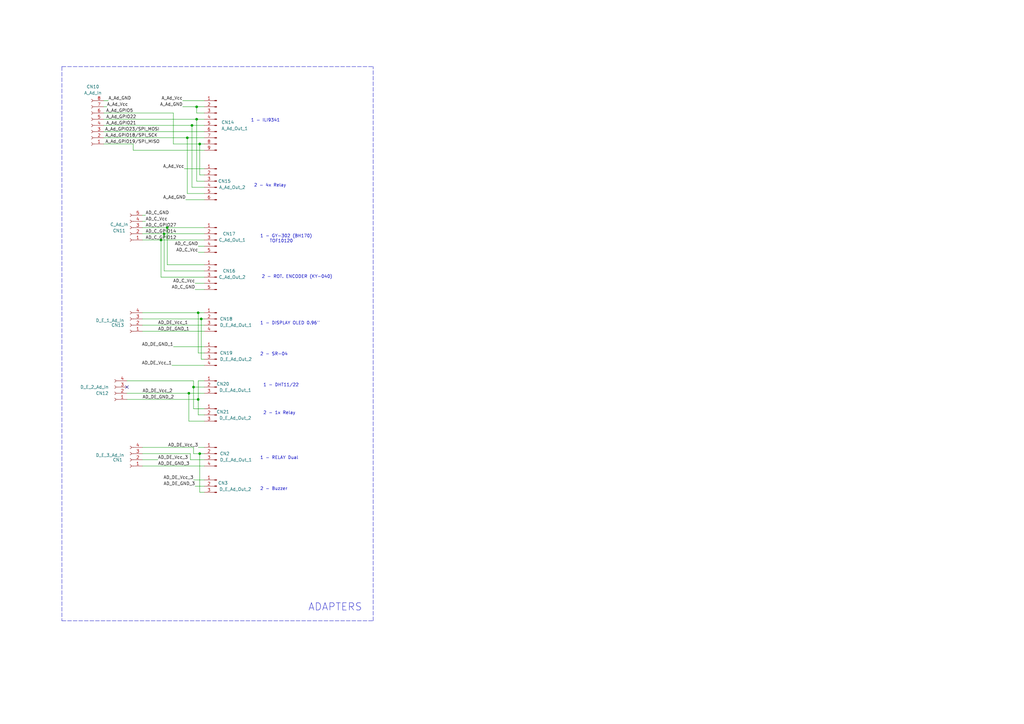
<source format=kicad_sch>
(kicad_sch (version 20211123) (generator eeschema)
  (paper "A3")
  (title_block (title "ESPRocks") (date "2022-09-24") (rev "1.0") (company "F2 Consulting di Francesco Ficili"))
  (lib_symbols
    (symbol "Connector:Conn_01x03_Male" (pin_names (offset 1.016) hide)
      (property "Reference" "J" (at 0 5.08 0))
      (property "Value" "Conn_01x03_Male" (at 0 -5.08 0))
      (symbol "Conn_01x03_Male_1_1"
        (polyline (pts (xy 1.27 -2.54) (xy 0.8636 -2.54)) (stroke (width 0.1524)))
        (polyline (pts (xy 1.27 0) (xy 0.8636 0)) (stroke (width 0.1524)))
        (polyline (pts (xy 1.27 2.54) (xy 0.8636 2.54)) (stroke (width 0.1524)))
        (rectangle (start 0.8636 -2.413) (end 0 -2.667) (stroke (width 0.1524)) (fill (type outline)))
        (rectangle (start 0.8636 0.127) (end 0 -0.127) (stroke (width 0.1524)) (fill (type outline)))
        (rectangle (start 0.8636 2.667) (end 0 2.413) (stroke (width 0.1524)) (fill (type outline)))
        (pin passive line (at 5.08 2.54 180) (length 3.81) (name "Pin_1") (number "1"))
        (pin passive line (at 5.08 0 180) (length 3.81) (name "Pin_2") (number "2"))
        (pin passive line (at 5.08 -2.54 180) (length 3.81) (name "Pin_3") (number "3"))
      )
    )
    (symbol "Connector:Conn_01x04_Female" (pin_names (offset 1.016) hide)
      (property "Reference" "J" (at 0 5.08 0))
      (property "Value" "Conn_01x04_Female" (at 0 -7.62 0))
      (symbol "Conn_01x04_Female_1_1"
        (arc (start 0 -4.572) (mid -0.508 -5.08) (end 0 -5.588) (stroke (width 0.1524)))
        (arc (start 0 -2.032) (mid -0.508 -2.54) (end 0 -3.048) (stroke (width 0.1524)))
        (polyline (pts (xy -1.27 -5.08) (xy -0.508 -5.08)) (stroke (width 0.1524)))
        (polyline (pts (xy -1.27 -2.54) (xy -0.508 -2.54)) (stroke (width 0.1524)))
        (polyline (pts (xy -1.27 0) (xy -0.508 0)) (stroke (width 0.1524)))
        (polyline (pts (xy -1.27 2.54) (xy -0.508 2.54)) (stroke (width 0.1524)))
        (arc (start 0 0.508) (mid -0.508 0) (end 0 -0.508) (stroke (width 0.1524)))
        (arc (start 0 3.048) (mid -0.508 2.54) (end 0 2.032) (stroke (width 0.1524)))
        (pin passive line (at -5.08 2.54 0) (length 3.81) (name "Pin_1") (number "1"))
        (pin passive line (at -5.08 0 0) (length 3.81) (name "Pin_2") (number "2"))
        (pin passive line (at -5.08 -2.54 0) (length 3.81) (name "Pin_3") (number "3"))
        (pin passive line (at -5.08 -5.08 0) (length 3.81) (name "Pin_4") (number "4"))
      )
    )
    (symbol "Connector:Conn_01x04_Male" (pin_names (offset 1.016) hide)
      (property "Reference" "J" (at 0 5.08 0))
      (property "Value" "Conn_01x04_Male" (at 0 -7.62 0))
      (symbol "Conn_01x04_Male_1_1"
        (polyline (pts (xy 1.27 -5.08) (xy 0.8636 -5.08)) (stroke (width 0.1524)))
        (polyline (pts (xy 1.27 -2.54) (xy 0.8636 -2.54)) (stroke (width 0.1524)))
        (polyline (pts (xy 1.27 0) (xy 0.8636 0)) (stroke (width 0.1524)))
        (polyline (pts (xy 1.27 2.54) (xy 0.8636 2.54)) (stroke (width 0.1524)))
        (rectangle (start 0.8636 -4.953) (end 0 -5.207) (stroke (width 0.1524)) (fill (type outline)))
        (rectangle (start 0.8636 -2.413) (end 0 -2.667) (stroke (width 0.1524)) (fill (type outline)))
        (rectangle (start 0.8636 0.127) (end 0 -0.127) (stroke (width 0.1524)) (fill (type outline)))
        (rectangle (start 0.8636 2.667) (end 0 2.413) (stroke (width 0.1524)) (fill (type outline)))
        (pin passive line (at 5.08 2.54 180) (length 3.81) (name "Pin_1") (number "1"))
        (pin passive line (at 5.08 0 180) (length 3.81) (name "Pin_2") (number "2"))
        (pin passive line (at 5.08 -2.54 180) (length 3.81) (name "Pin_3") (number "3"))
        (pin passive line (at 5.08 -5.08 180) (length 3.81) (name "Pin_4") (number "4"))
      )
    )
    (symbol "Connector:Conn_01x05_Female" (pin_names (offset 1.016) hide)
      (property "Reference" "J" (at 0 7.62 0))
      (property "Value" "Conn_01x05_Female" (at 0 -7.62 0))
      (symbol "Conn_01x05_Female_1_1"
        (arc (start 0 -4.572) (mid -0.508 -5.08) (end 0 -5.588) (stroke (width 0.1524)))
        (arc (start 0 -2.032) (mid -0.508 -2.54) (end 0 -3.048) (stroke (width 0.1524)))
        (polyline (pts (xy -1.27 -5.08) (xy -0.508 -5.08)) (stroke (width 0.1524)))
        (polyline (pts (xy -1.27 -2.54) (xy -0.508 -2.54)) (stroke (width 0.1524)))
        (polyline (pts (xy -1.27 0) (xy -0.508 0)) (stroke (width 0.1524)))
        (polyline (pts (xy -1.27 2.54) (xy -0.508 2.54)) (stroke (width 0.1524)))
        (polyline (pts (xy -1.27 5.08) (xy -0.508 5.08)) (stroke (width 0.1524)))
        (arc (start 0 0.508) (mid -0.508 0) (end 0 -0.508) (stroke (width 0.1524)))
        (arc (start 0 3.048) (mid -0.508 2.54) (end 0 2.032) (stroke (width 0.1524)))
        (arc (start 0 5.588) (mid -0.508 5.08) (end 0 4.572) (stroke (width 0.1524)))
        (pin passive line (at -5.08 5.08 0) (length 3.81) (name "Pin_1") (number "1"))
        (pin passive line (at -5.08 2.54 0) (length 3.81) (name "Pin_2") (number "2"))
        (pin passive line (at -5.08 0 0) (length 3.81) (name "Pin_3") (number "3"))
        (pin passive line (at -5.08 -2.54 0) (length 3.81) (name "Pin_4") (number "4"))
        (pin passive line (at -5.08 -5.08 0) (length 3.81) (name "Pin_5") (number "5"))
      )
    )
    (symbol "Connector:Conn_01x05_Male" (pin_names (offset 1.016) hide)
      (property "Reference" "J" (at 0 7.62 0))
      (property "Value" "Conn_01x05_Male" (at 0 -7.62 0))
      (symbol "Conn_01x05_Male_1_1"
        (polyline (pts (xy 1.27 -5.08) (xy 0.8636 -5.08)) (stroke (width 0.1524)))
        (polyline (pts (xy 1.27 -2.54) (xy 0.8636 -2.54)) (stroke (width 0.1524)))
        (polyline (pts (xy 1.27 0) (xy 0.8636 0)) (stroke (width 0.1524)))
        (polyline (pts (xy 1.27 2.54) (xy 0.8636 2.54)) (stroke (width 0.1524)))
        (polyline (pts (xy 1.27 5.08) (xy 0.8636 5.08)) (stroke (width 0.1524)))
        (rectangle (start 0.8636 -4.953) (end 0 -5.207) (stroke (width 0.1524)) (fill (type outline)))
        (rectangle (start 0.8636 -2.413) (end 0 -2.667) (stroke (width 0.1524)) (fill (type outline)))
        (rectangle (start 0.8636 0.127) (end 0 -0.127) (stroke (width 0.1524)) (fill (type outline)))
        (rectangle (start 0.8636 2.667) (end 0 2.413) (stroke (width 0.1524)) (fill (type outline)))
        (rectangle (start 0.8636 5.207) (end 0 4.953) (stroke (width 0.1524)) (fill (type outline)))
        (pin passive line (at 5.08 5.08 180) (length 3.81) (name "Pin_1") (number "1"))
        (pin passive line (at 5.08 2.54 180) (length 3.81) (name "Pin_2") (number "2"))
        (pin passive line (at 5.08 0 180) (length 3.81) (name "Pin_3") (number "3"))
        (pin passive line (at 5.08 -2.54 180) (length 3.81) (name "Pin_4") (number "4"))
        (pin passive line (at 5.08 -5.08 180) (length 3.81) (name "Pin_5") (number "5"))
      )
    )
    (symbol "Connector:Conn_01x06_Male" (pin_names (offset 1.016) hide)
      (property "Reference" "J" (at 0 7.62 0))
      (property "Value" "Conn_01x06_Male" (at 0 -10.16 0))
      (symbol "Conn_01x06_Male_1_1"
        (polyline (pts (xy 1.27 -7.62) (xy 0.8636 -7.62)) (stroke (width 0.1524)))
        (polyline (pts (xy 1.27 -5.08) (xy 0.8636 -5.08)) (stroke (width 0.1524)))
        (polyline (pts (xy 1.27 -2.54) (xy 0.8636 -2.54)) (stroke (width 0.1524)))
        (polyline (pts (xy 1.27 0) (xy 0.8636 0)) (stroke (width 0.1524)))
        (polyline (pts (xy 1.27 2.54) (xy 0.8636 2.54)) (stroke (width 0.1524)))
        (polyline (pts (xy 1.27 5.08) (xy 0.8636 5.08)) (stroke (width 0.1524)))
        (rectangle (start 0.8636 -7.493) (end 0 -7.747) (stroke (width 0.1524)) (fill (type outline)))
        (rectangle (start 0.8636 -4.953) (end 0 -5.207) (stroke (width 0.1524)) (fill (type outline)))
        (rectangle (start 0.8636 -2.413) (end 0 -2.667) (stroke (width 0.1524)) (fill (type outline)))
        (rectangle (start 0.8636 0.127) (end 0 -0.127) (stroke (width 0.1524)) (fill (type outline)))
        (rectangle (start 0.8636 2.667) (end 0 2.413) (stroke (width 0.1524)) (fill (type outline)))
        (rectangle (start 0.8636 5.207) (end 0 4.953) (stroke (width 0.1524)) (fill (type outline)))
        (pin passive line (at 5.08 5.08 180) (length 3.81) (name "Pin_1") (number "1"))
        (pin passive line (at 5.08 2.54 180) (length 3.81) (name "Pin_2") (number "2"))
        (pin passive line (at 5.08 0 180) (length 3.81) (name "Pin_3") (number "3"))
        (pin passive line (at 5.08 -2.54 180) (length 3.81) (name "Pin_4") (number "4"))
        (pin passive line (at 5.08 -5.08 180) (length 3.81) (name "Pin_5") (number "5"))
        (pin passive line (at 5.08 -7.62 180) (length 3.81) (name "Pin_6") (number "6"))
      )
    )
    (symbol "Connector:Conn_01x08_Female" (pin_names (offset 1.016) hide)
      (property "Reference" "J" (at 0 10.16 0))
      (property "Value" "Conn_01x08_Female" (at 0 -12.7 0))
      (symbol "Conn_01x08_Female_1_1"
        (arc (start 0 -9.652) (mid -0.508 -10.16) (end 0 -10.668) (stroke (width 0.1524)))
        (arc (start 0 -7.112) (mid -0.508 -7.62) (end 0 -8.128) (stroke (width 0.1524)))
        (arc (start 0 -4.572) (mid -0.508 -5.08) (end 0 -5.588) (stroke (width 0.1524)))
        (arc (start 0 -2.032) (mid -0.508 -2.54) (end 0 -3.048) (stroke (width 0.1524)))
        (polyline (pts (xy -1.27 -10.16) (xy -0.508 -10.16)) (stroke (width 0.1524)))
        (polyline (pts (xy -1.27 -7.62) (xy -0.508 -7.62)) (stroke (width 0.1524)))
        (polyline (pts (xy -1.27 -5.08) (xy -0.508 -5.08)) (stroke (width 0.1524)))
        (polyline (pts (xy -1.27 -2.54) (xy -0.508 -2.54)) (stroke (width 0.1524)))
        (polyline (pts (xy -1.27 0) (xy -0.508 0)) (stroke (width 0.1524)))
        (polyline (pts (xy -1.27 2.54) (xy -0.508 2.54)) (stroke (width 0.1524)))
        (polyline (pts (xy -1.27 5.08) (xy -0.508 5.08)) (stroke (width 0.1524)))
        (polyline (pts (xy -1.27 7.62) (xy -0.508 7.62)) (stroke (width 0.1524)))
        (arc (start 0 0.508) (mid -0.508 0) (end 0 -0.508) (stroke (width 0.1524)))
        (arc (start 0 3.048) (mid -0.508 2.54) (end 0 2.032) (stroke (width 0.1524)))
        (arc (start 0 5.588) (mid -0.508 5.08) (end 0 4.572) (stroke (width 0.1524)))
        (arc (start 0 8.128) (mid -0.508 7.62) (end 0 7.112) (stroke (width 0.1524)))
        (pin passive line (at -5.08 7.62 0) (length 3.81) (name "Pin_1") (number "1"))
        (pin passive line (at -5.08 5.08 0) (length 3.81) (name "Pin_2") (number "2"))
        (pin passive line (at -5.08 2.54 0) (length 3.81) (name "Pin_3") (number "3"))
        (pin passive line (at -5.08 0 0) (length 3.81) (name "Pin_4") (number "4"))
        (pin passive line (at -5.08 -2.54 0) (length 3.81) (name "Pin_5") (number "5"))
        (pin passive line (at -5.08 -5.08 0) (length 3.81) (name "Pin_6") (number "6"))
        (pin passive line (at -5.08 -7.62 0) (length 3.81) (name "Pin_7") (number "7"))
        (pin passive line (at -5.08 -10.16 0) (length 3.81) (name "Pin_8") (number "8"))
      )
    )
    (symbol "Connector:Conn_01x09_Male" (pin_names (offset 1.016) hide)
      (property "Reference" "J" (at 0 12.7 0))
      (property "Value" "Conn_01x09_Male" (at 0 -12.7 0))
      (symbol "Conn_01x09_Male_1_1"
        (polyline (pts (xy 1.27 -10.16) (xy 0.8636 -10.16)) (stroke (width 0.1524)))
        (polyline (pts (xy 1.27 -7.62) (xy 0.8636 -7.62)) (stroke (width 0.1524)))
        (polyline (pts (xy 1.27 -5.08) (xy 0.8636 -5.08)) (stroke (width 0.1524)))
        (polyline (pts (xy 1.27 -2.54) (xy 0.8636 -2.54)) (stroke (width 0.1524)))
        (polyline (pts (xy 1.27 0) (xy 0.8636 0)) (stroke (width 0.1524)))
        (polyline (pts (xy 1.27 2.54) (xy 0.8636 2.54)) (stroke (width 0.1524)))
        (polyline (pts (xy 1.27 5.08) (xy 0.8636 5.08)) (stroke (width 0.1524)))
        (polyline (pts (xy 1.27 7.62) (xy 0.8636 7.62)) (stroke (width 0.1524)))
        (polyline (pts (xy 1.27 10.16) (xy 0.8636 10.16)) (stroke (width 0.1524)))
        (rectangle (start 0.8636 -10.033) (end 0 -10.287) (stroke (width 0.1524)) (fill (type outline)))
        (rectangle (start 0.8636 -7.493) (end 0 -7.747) (stroke (width 0.1524)) (fill (type outline)))
        (rectangle (start 0.8636 -4.953) (end 0 -5.207) (stroke (width 0.1524)) (fill (type outline)))
        (rectangle (start 0.8636 -2.413) (end 0 -2.667) (stroke (width 0.1524)) (fill (type outline)))
        (rectangle (start 0.8636 0.127) (end 0 -0.127) (stroke (width 0.1524)) (fill (type outline)))
        (rectangle (start 0.8636 2.667) (end 0 2.413) (stroke (width 0.1524)) (fill (type outline)))
        (rectangle (start 0.8636 5.207) (end 0 4.953) (stroke (width 0.1524)) (fill (type outline)))
        (rectangle (start 0.8636 7.747) (end 0 7.493) (stroke (width 0.1524)) (fill (type outline)))
        (rectangle (start 0.8636 10.287) (end 0 10.033) (stroke (width 0.1524)) (fill (type outline)))
        (pin passive line (at 5.08 10.16 180) (length 3.81) (name "Pin_1") (number "1"))
        (pin passive line (at 5.08 7.62 180) (length 3.81) (name "Pin_2") (number "2"))
        (pin passive line (at 5.08 5.08 180) (length 3.81) (name "Pin_3") (number "3"))
        (pin passive line (at 5.08 2.54 180) (length 3.81) (name "Pin_4") (number "4"))
        (pin passive line (at 5.08 0 180) (length 3.81) (name "Pin_5") (number "5"))
        (pin passive line (at 5.08 -2.54 180) (length 3.81) (name "Pin_6") (number "6"))
        (pin passive line (at 5.08 -5.08 180) (length 3.81) (name "Pin_7") (number "7"))
        (pin passive line (at 5.08 -7.62 180) (length 3.81) (name "Pin_8") (number "8"))
        (pin passive line (at 5.08 -10.16 180) (length 3.81) (name "Pin_9") (number "9"))
      )
    )
  )
  (junction (at 82.55 130.81))
  (junction (at 77.47 161.29))
  (junction (at 79.375 158.75))
  (junction (at 81.28 163.83))
  (junction (at 66.04 98.425))
  (junction (at 81.915 59.055))
  (junction (at 68.58 93.345))
  (junction (at 81.28 128.27))
  (junction (at 67.31 95.885))
  (junction (at 76.835 56.515))
  (junction (at 78.74 51.435))
  (junction (at 81.915 186.055))
  (junction (at 80.645 43.815))
  (junction (at 80.645 48.895))
  (no_connect (at 52.07 158.75))
  (wire (pts (xy 66.04 98.425) (xy 83.82 98.425)))
  (wire (pts (xy 81.28 156.21) (xy 83.82 156.21)))
  (wire (pts (xy 79.375 158.75) (xy 79.375 167.64)))
  (wire (pts (xy 58.42 98.425) (xy 66.04 98.425)))
  (wire (pts (xy 58.42 88.265) (xy 59.69 88.265)))
  (wire (pts (xy 80.01 199.39) (xy 83.82 199.39)))
  (wire (pts (xy 42.545 56.515) (xy 76.835 56.515)))
  (wire (pts (xy 75.565 69.215) (xy 83.82 69.215)))
  (wire (pts (xy 80.645 43.815) (xy 83.82 43.815)))
  (wire (pts (xy 52.07 161.29) (xy 77.47 161.29)))
  (wire (pts (xy 42.545 53.975) (xy 83.82 53.975)))
  (wire (pts (xy 79.375 156.21) (xy 79.375 158.75)))
  (wire (pts (xy 67.31 95.885) (xy 83.82 95.885)))
  (wire (pts (xy 58.42 128.27) (xy 81.28 128.27)))
  (wire (pts (xy 77.47 161.29) (xy 77.47 172.72)))
  (wire (pts (xy 77.47 161.29) (xy 83.82 161.29)))
  (wire (pts (xy 78.105 188.595) (xy 83.82 188.595)))
  (wire (pts (xy 58.42 95.885) (xy 67.31 95.885)))
  (wire (pts (xy 76.835 56.515) (xy 83.82 56.515)))
  (wire (pts (xy 42.545 46.355) (xy 71.12 46.355)))
  (wire (pts (xy 76.2 81.915) (xy 83.82 81.915)))
  (wire (pts (xy 42.545 51.435) (xy 78.74 51.435)))
  (wire (pts (xy 81.28 128.27) (xy 81.28 144.78)))
  (wire (pts (xy 76.835 56.515) (xy 76.835 79.375)))
  (wire (pts (xy 58.42 186.055) (xy 78.105 186.055)))
  (wire (pts (xy 78.105 186.055) (xy 78.105 188.595)))
  (wire (pts (xy 81.28 103.505) (xy 83.82 103.505)))
  (wire (pts (xy 52.07 156.21) (xy 79.375 156.21)))
  (wire (pts (xy 70.485 149.86) (xy 83.82 149.86)))
  (wire (pts (xy 83.82 170.18) (xy 81.28 170.18)))
  (wire (pts (xy 67.31 95.885) (xy 67.31 111.125)))
  (wire (pts (xy 81.28 163.83) (xy 81.28 156.21)))
  (wire (pts (xy 81.915 186.055) (xy 83.82 186.055)))
  (wire (pts (xy 80.645 46.355) (xy 83.82 46.355)))
  (wire (pts (xy 54.61 61.595) (xy 83.82 61.595)))
  (wire (pts (xy 81.915 59.055) (xy 83.82 59.055)))
  (wire (pts (xy 81.915 186.055) (xy 81.915 201.93)))
  (wire (pts (xy 81.915 59.055) (xy 81.915 71.755)))
  (wire (pts (xy 82.55 130.81) (xy 83.82 130.81)))
  (wire (pts (xy 66.04 113.665) (xy 83.82 113.665)))
  (wire (pts (xy 42.545 43.815) (xy 43.815 43.815)))
  (wire (pts (xy 58.42 93.345) (xy 68.58 93.345)))
  (wire (pts (xy 76.835 79.375) (xy 83.82 79.375)))
  (polyline (pts (xy 25.4 27.305) (xy 153.035 27.305)))
  (wire (pts (xy 81.915 201.93) (xy 83.82 201.93)))
  (wire (pts (xy 58.42 130.81) (xy 82.55 130.81)))
  (wire (pts (xy 81.28 183.515) (xy 83.82 183.515)))
  (wire (pts (xy 58.42 135.89) (xy 83.82 135.89)))
  (wire (pts (xy 78.74 76.835) (xy 83.82 76.835)))
  (wire (pts (xy 81.28 128.27) (xy 83.82 128.27)))
  (wire (pts (xy 42.545 41.275) (xy 44.45 41.275)))
  (wire (pts (xy 82.55 147.32) (xy 83.82 147.32)))
  (wire (pts (xy 80.645 48.895) (xy 80.645 74.295)))
  (wire (pts (xy 78.74 51.435) (xy 83.82 51.435)))
  (wire (pts (xy 52.07 163.83) (xy 81.28 163.83)))
  (wire (pts (xy 71.12 46.355) (xy 71.12 59.055)))
  (wire (pts (xy 68.58 108.585) (xy 83.82 108.585)))
  (wire (pts (xy 54.61 59.055) (xy 54.61 61.595)))
  (wire (pts (xy 71.12 59.055) (xy 81.915 59.055)))
  (wire (pts (xy 71.12 142.24) (xy 83.82 142.24)))
  (wire (pts (xy 42.545 59.055) (xy 54.61 59.055)))
  (wire (pts (xy 82.55 130.81) (xy 82.55 147.32)))
  (polyline (pts (xy 25.4 27.305) (xy 25.4 254.635)))
  (wire (pts (xy 77.47 172.72) (xy 83.82 172.72)))
  (wire (pts (xy 81.28 100.965) (xy 83.82 100.965)))
  (wire (pts (xy 58.42 133.35) (xy 83.82 133.35)))
  (wire (pts (xy 79.375 183.515) (xy 79.375 186.055)))
  (wire (pts (xy 68.58 93.345) (xy 68.58 108.585)))
  (polyline (pts (xy 153.035 254.635) (xy 153.035 27.305)))
  (wire (pts (xy 58.42 90.805) (xy 59.69 90.805)))
  (wire (pts (xy 80.645 48.895) (xy 83.82 48.895)))
  (wire (pts (xy 81.915 71.755) (xy 83.82 71.755)))
  (wire (pts (xy 67.31 111.125) (xy 83.82 111.125)))
  (wire (pts (xy 81.28 170.18) (xy 81.28 163.83)))
  (wire (pts (xy 79.375 196.85) (xy 83.82 196.85)))
  (wire (pts (xy 80.645 46.355) (xy 80.645 43.815)))
  (wire (pts (xy 80.01 118.745) (xy 83.82 118.745)))
  (wire (pts (xy 81.28 144.78) (xy 83.82 144.78)))
  (wire (pts (xy 78.74 51.435) (xy 78.74 76.835)))
  (wire (pts (xy 79.375 186.055) (xy 81.915 186.055)))
  (wire (pts (xy 74.93 43.815) (xy 80.645 43.815)))
  (wire (pts (xy 66.04 98.425) (xy 66.04 113.665)))
  (wire (pts (xy 74.93 41.275) (xy 83.82 41.275)))
  (wire (pts (xy 80.01 116.205) (xy 83.82 116.205)))
  (wire (pts (xy 68.58 93.345) (xy 83.82 93.345)))
  (wire (pts (xy 58.42 183.515) (xy 79.375 183.515)))
  (wire (pts (xy 79.375 158.75) (xy 83.82 158.75)))
  (wire (pts (xy 58.42 188.595) (xy 64.77 188.595)))
  (wire (pts (xy 58.42 191.135) (xy 83.82 191.135)))
  (wire (pts (xy 80.645 74.295) (xy 83.82 74.295)))
  (wire (pts (xy 79.375 167.64) (xy 83.82 167.64)))
  (polyline (pts (xy 25.4 254.635) (xy 153.035 254.635)))
  (wire (pts (xy 42.545 48.895) (xy 80.645 48.895)))
  (text "1 - DISPLAY OLED 0.96''" (at 106.68 133.35 0) (effects (font (size 1.27 1.27)) (justify left bottom)))
  (text "1 - RELAY Dual" (at 106.68 188.595 0) (effects (font (size 1.27 1.27)) (justify left bottom)))
  (text "2 - 4x Relay" (at 104.14 76.835 0) (effects (font (size 1.27 1.27)) (justify left bottom)))
  (text "1 - GY-302 (BH170)\n    TOF10120" (at 106.68 99.695 0) (effects (font (size 1.27 1.27)) (justify left bottom)))
  (text "2 - SR-04\n" (at 106.68 146.05 0) (effects (font (size 1.27 1.27)) (justify left bottom)))
  (text "2 - 1x Relay" (at 107.95 170.18 0) (effects (font (size 1.27 1.27)) (justify left bottom)))
  (text "ADAPTERS" (at 126.365 250.825 0) (effects (font (size 3 3)) (justify left bottom)))
  (text "2 - ROT. ENCODER (KY-040)" (at 107.315 114.3 0) (effects (font (size 1.27 1.27)) (justify left bottom)))
  (text "1 - DHT11/22" (at 107.95 158.75 0) (effects (font (size 1.27 1.27)) (justify left bottom)))
  (text "2 - Buzzer\n" (at 106.68 201.295 0) (effects (font (size 1.27 1.27)) (justify left bottom)))
  (text "1 - ILI9341" (at 102.87 50.165 0) (effects (font (size 1.27 1.27)) (justify left bottom)))
  (label "AD_C_Vcc" (at 81.28 103.505 180))
  (label "AD_DE_GND_1" (at 71.12 142.24 180))
  (label "AD_C_GND" (at 80.01 118.745 180))
  (label "AD_C_GND" (at 81.28 100.965 180))
  (label "A_Ad_GND" (at 76.2 81.915 180))
  (label "A_Ad_GPIO18{slash}SPI_SCK" (at 43.18 56.515 0))
  (label "A_Ad_GPIO21" (at 55.88 51.435 180))
  (label "AD_DE_Vcc_3" (at 81.28 183.515 180))
  (label "A_Ad_GND" (at 44.45 41.275 0))
  (label "AD_C_Vcc" (at 59.69 90.805 0))
  (label "AD_DE_GND_2" (at 58.42 163.83 0))
  (label "AD_DE_Vcc_3" (at 64.77 188.595 0))
  (label "AD_DE_Vcc_1" (at 64.77 133.35 0))
  (label "A_Ad_GPIO19{slash}SPI_MISO" (at 43.18 59.055 0))
  (label "A_Ad_GND" (at 74.93 43.815 180))
  (label "AD_DE_Vcc_3" (at 79.375 196.85 180))
  (label "A_Ad_Vcc" (at 43.815 43.815 0))
  (label "A_Ad_Vcc" (at 75.565 69.215 180))
  (label "AD_DE_GND_1" (at 64.77 135.89 0))
  (label "AD_DE_GND_3" (at 64.77 191.135 0))
  (label "AD_C_GPIO14" (at 59.69 95.885 0))
  (label "A_Ad_Vcc" (at 74.93 41.275 180))
  (label "A_Ad_GPIO22" (at 55.88 48.895 180))
  (label "AD_C_GPIO27" (at 59.69 93.345 0))
  (label "AD_DE_Vcc_1" (at 70.485 149.86 180))
  (label "A_Ad_GPIO23{slash}SPI_MOSI" (at 65.405 53.975 180))
  (label "A_Ad_GPIO5" (at 54.61 46.355 180))
  (label "AD_DE_Vcc_2" (at 58.42 161.29 0))
  (label "AD_C_GND" (at 59.69 88.265 0))
  (label "AD_C_Vcc" (at 80.01 116.205 180))
  (label "AD_DE_GND_3" (at 80.01 199.39 180))
  (label "AD_C_GPIO12" (at 59.69 98.425 0))
  (symbol (lib_id "Connector:Conn_01x04_Female") (at 53.34 133.35 180) (unit 1)
    (property "Reference" "CN13" (at 48.26 133.35 0))
    (property "Value" "D_E_1_Ad_In" (at 45.085 131.445 0))
    (property "Footprint" "Connector_JST:JST_PH_S4B-PH-K_1x04_P2.00mm_Horizontal" (effects hide))
    (property "LCSC" "C157926" (effects hide))
  )
  (symbol (lib_id "Connector:Conn_01x03_Male") (at 88.9 170.18 0) (mirror y) (unit 1)
    (property "Reference" "CN21" (at 91.44 168.91 0))
    (property "Value" "D_E_Ad_Out_2" (at 96.52 171.45 0))
    (property "Footprint" "Connector_PinSocket_2.54mm:PinSocket_1x03_P2.54mm_Vertical" (effects hide))
    (property "LCSC" "C146243" (effects hide))
  )
  (symbol (lib_id "Connector:Conn_01x03_Male") (at 88.9 199.39 0) (mirror y) (unit 1)
    (property "Reference" "CN3" (at 91.44 198.12 0))
    (property "Value" "D_E_Ad_Out_2" (at 96.52 200.66 0))
    (property "Footprint" "Connector_PinSocket_2.54mm:PinSocket_1x03_P2.54mm_Vertical" (effects hide))
    (property "LCSC" "C146243" (effects hide))
  )
  (symbol (lib_id "Connector:Conn_01x04_Female") (at 53.34 188.595 180) (unit 1)
    (property "Reference" "CN1" (at 48.26 188.595 0))
    (property "Value" "D_E_3_Ad_In" (at 45.085 186.69 0))
    (property "Footprint" "Connector_JST:JST_PH_S4B-PH-K_1x04_P2.00mm_Horizontal" (effects hide))
    (property "LCSC" "C157926" (effects hide))
  )
  (symbol (lib_id "Connector:Conn_01x04_Male") (at 88.9 144.78 0) (mirror y) (unit 1)
    (property "Reference" "CN19" (at 90.17 144.7799 0) (effects (justify right)))
    (property "Value" "D_E_Ad_Out_2" (at 90.17 147.3199 0) (effects (justify right)))
    (property "Footprint" "Connector_PinSocket_2.54mm:PinSocket_1x04_P2.54mm_Vertical" (effects hide))
    (property "LCSC" "C2718488" (effects hide))
  )
  (symbol (lib_id "Connector:Conn_01x04_Male") (at 88.9 130.81 0) (mirror y) (unit 1)
    (property "Reference" "CN18" (at 90.17 130.8099 0) (effects (justify right)))
    (property "Value" "D_E_Ad_Out_1" (at 90.17 133.3499 0) (effects (justify right)))
    (property "Footprint" "Connector_PinSocket_2.54mm:PinSocket_1x04_P2.54mm_Vertical" (effects hide))
    (property "LCSC" "C2718488" (effects hide))
  )
  (symbol (lib_id "Connector:Conn_01x05_Female") (at 53.34 93.345 180) (unit 1)
    (property "Reference" "CN11" (at 48.895 94.615 0))
    (property "Value" "C_Ad_In" (at 48.895 92.075 0))
    (property "Footprint" "Connector_JST:JST_PH_S5B-PH-K_1x05_P2.00mm_Horizontal" (effects hide))
    (property "LCSC" "C157923" (effects hide))
  )
  (symbol (lib_id "Connector:Conn_01x06_Male") (at 88.9 74.295 0) (mirror y) (unit 1)
    (property "Reference" "CN15" (at 92.075 74.295 0))
    (property "Value" "A_Ad_Out_2" (at 95.25 76.835 0))
    (property "Footprint" "Connector_PinSocket_2.54mm:PinSocket_1x06_P2.54mm_Vertical" (effects hide))
    (property "LCSC" "C40877" (effects hide))
  )
  (symbol (lib_id "Connector:Conn_01x03_Male") (at 88.9 158.75 0) (mirror y) (unit 1)
    (property "Reference" "CN20" (at 91.44 157.48 0))
    (property "Value" "D_E_Ad_Out_1" (at 96.52 160.02 0))
    (property "Footprint" "Connector_PinSocket_2.54mm:PinSocket_1x03_P2.54mm_Vertical" (effects hide))
    (property "LCSC" "C146243" (effects hide))
  )
  (symbol (lib_id "Connector:Conn_01x04_Male") (at 88.9 186.055 0) (mirror y) (unit 1)
    (property "Reference" "CN2" (at 90.17 186.0549 0) (effects (justify right)))
    (property "Value" "D_E_Ad_Out_1" (at 90.17 188.5949 0) (effects (justify right)))
    (property "Footprint" "Connector_PinSocket_2.54mm:PinSocket_1x04_P2.54mm_Vertical" (effects hide))
    (property "LCSC" "C2718488" (effects hide))
  )
  (symbol (lib_id "Connector:Conn_01x08_Female") (at 37.465 51.435 180) (unit 1)
    (property "Reference" "CN10" (at 38.1 35.56 0))
    (property "Value" "A_Ad_In" (at 38.1 38.1 0))
    (property "Footprint" "Connector_JST:JST_PH_S8B-PH-K_1x08_P2.00mm_Horizontal" (effects hide))
    (property "LCSC" "C157915" (effects hide))
  )
  (symbol (lib_id "Connector:Conn_01x04_Female") (at 46.99 161.29 180) (unit 1)
    (property "Reference" "CN12" (at 41.91 161.29 0))
    (property "Value" "D_E_2_Ad_In" (at 38.735 158.75 0))
    (property "Footprint" "Connector_JST:JST_PH_S4B-PH-K_1x04_P2.00mm_Horizontal" (effects hide))
    (property "LCSC" "C157926" (effects hide))
  )
  (symbol (lib_id "Connector:Conn_01x05_Male") (at 88.9 113.665 0) (mirror y) (unit 1)
    (property "Reference" "CN16" (at 93.98 111.125 0))
    (property "Value" "C_Ad_Out_2" (at 95.25 113.665 0))
    (property "Footprint" "Connector_PinSocket_2.54mm:PinSocket_1x05_P2.54mm_Vertical" (effects hide))
    (property "LCSC" "C50950" (effects hide))
  )
  (symbol (lib_id "Connector:Conn_01x05_Male") (at 88.9 98.425 0) (mirror y) (unit 1)
    (property "Reference" "CN17" (at 93.98 95.885 0))
    (property "Value" "C_Ad_Out_1" (at 95.25 98.425 0))
    (property "Footprint" "Connector_PinSocket_2.54mm:PinSocket_1x05_P2.54mm_Vertical" (effects hide))
    (property "LCSC" "C50950" (effects hide))
  )
  (symbol (lib_id "Connector:Conn_01x09_Male") (at 88.9 51.435 0) (mirror y) (unit 1)
    (property "Reference" "CN14" (at 90.805 50.1649 0) (effects (justify right)))
    (property "Value" "A_Ad_Out_1" (at 90.805 52.7049 0) (effects (justify right)))
    (property "Footprint" "Connector_PinSocket_2.54mm:PinSocket_1x09_P2.54mm_Vertical" (effects hide))
    (property "LCSC" "C124417" (effects hide))
  )
)
</source>
